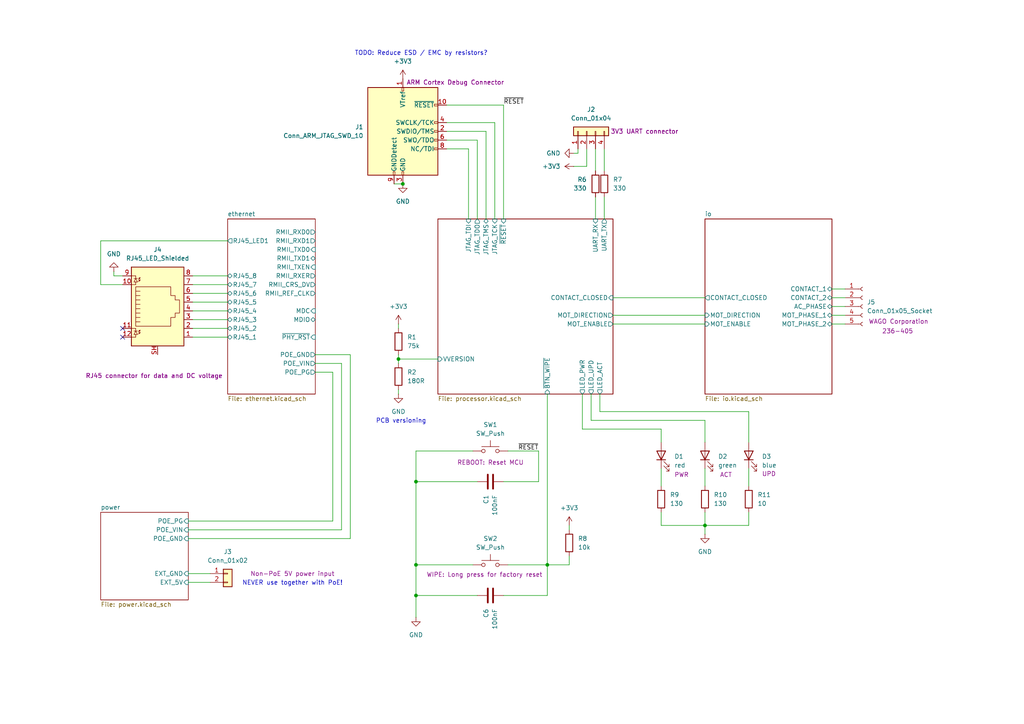
<source format=kicad_sch>
(kicad_sch (version 20250114) (generator "eeschema") (generator_version "9.0")
  (paper "A4")
  (title_block (title "iot-contact"))
  (lib_symbols
    (symbol "Connector:Conn_01x05_Socket" (pin_names (offset 1.016) (hide yes))
      (property "Reference" "J" (at 0 7.62 0))
      (property "Value" "Conn_01x05_Socket" (at 0 -7.62 0))
      (symbol "Conn_01x05_Socket_1_1"
        (polyline (pts (xy -1.27 5.08) (xy -0.508 5.08)) (stroke (width 0.1524)))
        (polyline (pts (xy -1.27 2.54) (xy -0.508 2.54)) (stroke (width 0.1524)))
        (polyline (pts (xy -1.27 0) (xy -0.508 0)) (stroke (width 0.1524)))
        (polyline (pts (xy -1.27 -2.54) (xy -0.508 -2.54)) (stroke (width 0.1524)))
        (polyline (pts (xy -1.27 -5.08) (xy -0.508 -5.08)) (stroke (width 0.1524)))
        (arc (start 0 4.572) (mid -0.5058 5.08) (end 0 5.588) (stroke (width 0.1524)))
        (arc (start 0 2.032) (mid -0.5058 2.54) (end 0 3.048) (stroke (width 0.1524)))
        (arc (start 0 -0.508) (mid -0.5058 0) (end 0 0.508) (stroke (width 0.1524)))
        (arc (start 0 -3.048) (mid -0.5058 -2.54) (end 0 -2.032) (stroke (width 0.1524)))
        (arc (start 0 -5.588) (mid -0.5058 -5.08) (end 0 -4.572) (stroke (width 0.1524)))
        (pin passive line (at -5.08 5.08 0) (length 3.81) (name "Pin_1") (number "1"))
        (pin passive line (at -5.08 2.54 0) (length 3.81) (name "Pin_2") (number "2"))
        (pin passive line (at -5.08 0 0) (length 3.81) (name "Pin_3") (number "3"))
        (pin passive line (at -5.08 -2.54 0) (length 3.81) (name "Pin_4") (number "4"))
        (pin passive line (at -5.08 -5.08 0) (length 3.81) (name "Pin_5") (number "5"))
      )
    )
    (symbol "Connector:Conn_ARM_JTAG_SWD_10" (pin_names (offset 1.016))
      (property "Reference" "J" (at -2.54 16.51 0))
      (property "Value" "Conn_ARM_JTAG_SWD_10" (at -2.54 13.97 0))
      (symbol "Conn_ARM_JTAG_SWD_10_0_1"
        (rectangle (start -10.16 12.7) (end 10.16 -12.7) (stroke (width 0.254)) (fill (type background)))
        (rectangle (start -2.794 -12.7) (end -2.286 -11.684))
        (rectangle (start -0.254 12.7) (end 0.254 11.684))
        (rectangle (start -0.254 -12.7) (end 0.254 -11.684))
        (rectangle (start 9.144 2.286) (end 10.16 2.794))
        (rectangle (start 10.16 7.874) (end 9.144 7.366))
        (rectangle (start 10.16 -0.254) (end 9.144 0.254))
        (rectangle (start 10.16 -2.794) (end 9.144 -2.286))
      )
      (symbol "Conn_ARM_JTAG_SWD_10_1_1"
        (rectangle (start 9.144 -5.334) (end 10.16 -4.826))
        (pin no_connect line (at -10.16 0 0) (length 2.54) (hide yes) (name "KEY") (number "7"))
        (pin passive line (at -2.54 -15.24 90) (length 2.54) (name "GNDDetect") (number "9"))
        (pin power_in line (at 0 15.24 270) (length 2.54) (name "VTref") (number "1"))
        (pin power_in line (at 0 -15.24 90) (length 2.54) (name "GND") (number "3"))
        (pin passive line (at 0 -15.24 90) (length 2.54) (hide yes) (name "GND") (number "5"))
        (pin open_collector line (at 12.7 7.62 180) (length 2.54) (name "~{RESET}") (number "10"))
        (pin output line (at 12.7 2.54 180) (length 2.54) (name "SWCLK/TCK") (number "4"))
        (pin bidirectional line (at 12.7 0 180) (length 2.54) (name "SWDIO/TMS") (number "2"))
        (pin input line (at 12.7 -2.54 180) (length 2.54) (name "SWO/TDO") (number "6"))
        (pin output line (at 12.7 -5.08 180) (length 2.54) (name "NC/TDI") (number "8"))
      )
    )
    (symbol "Connector:RJ45_LED_Shielded" (pin_names (offset 1.016))
      (property "Reference" "J" (at -5.08 13.97 0))
      (property "Value" "RJ45_LED_Shielded" (at 1.27 13.97 0))
      (symbol "RJ45_LED_Shielded_0_1"
        (polyline (pts (xy -7.62 10.16) (xy -6.35 10.16)))
        (polyline (pts (xy -7.62 7.62) (xy -6.35 7.62)))
        (polyline (pts (xy -7.62 -5.08) (xy -6.35 -5.08)))
        (polyline (pts (xy -7.62 -7.62) (xy -6.35 -7.62)))
        (polyline (pts (xy -6.858 9.398) (xy -5.842 9.398)))
        (polyline (pts (xy -6.858 -5.842) (xy -5.842 -5.842)))
        (polyline (pts (xy -6.35 10.16) (xy -6.35 9.398)))
        (polyline (pts (xy -6.35 9.398) (xy -6.858 8.382) (xy -5.842 8.382) (xy -6.35 9.398)))
        (polyline (pts (xy -6.35 7.62) (xy -6.35 8.382)))
        (polyline (pts (xy -6.35 1.905) (xy -5.08 1.905) (xy -5.08 1.905)))
        (polyline (pts (xy -6.35 0.635) (xy -5.08 0.635) (xy -5.08 0.635)))
        (polyline (pts (xy -6.35 -0.635) (xy -5.08 -0.635) (xy -5.08 -0.635)))
        (polyline (pts (xy -6.35 -1.905) (xy -5.08 -1.905) (xy -5.08 -1.905)))
        (polyline (pts (xy -6.35 -3.175) (xy -5.08 -3.175) (xy -5.08 -3.175)))
        (polyline (pts (xy -6.35 -4.445) (xy -6.35 6.985) (xy 3.81 6.985) (xy 3.81 4.445) (xy 5.08 4.445) (xy 5.08 3.175) (xy 6.35 3.175) (xy 6.35 -0.635) (xy 5.08 -0.635) (xy 5.08 -1.905) (xy 3.81 -1.905) (xy 3.81 -4.445) (xy -6.35 -4.445) (xy -6.35 -4.445)))
        (polyline (pts (xy -6.35 -5.08) (xy -6.35 -5.842)))
        (polyline (pts (xy -6.35 -5.842) (xy -6.858 -6.858) (xy -5.842 -6.858) (xy -6.35 -5.842)))
        (polyline (pts (xy -6.35 -7.62) (xy -6.35 -6.858)))
        (polyline (pts (xy -5.588 9.144) (xy -5.08 9.652) (xy -5.461 9.525)))
        (polyline (pts (xy -5.588 8.509) (xy -5.08 9.017) (xy -5.461 8.89)))
        (polyline (pts (xy -5.588 -6.096) (xy -5.08 -5.588) (xy -5.461 -5.715)))
        (polyline (pts (xy -5.588 -6.731) (xy -5.08 -6.223) (xy -5.461 -6.35)))
        (polyline (pts (xy -5.08 9.652) (xy -5.207 9.271)))
        (polyline (pts (xy -5.08 9.017) (xy -5.207 8.636)))
        (polyline (pts (xy -5.08 5.715) (xy -6.35 5.715)))
        (polyline (pts (xy -5.08 4.445) (xy -6.35 4.445)))
        (polyline (pts (xy -5.08 3.175) (xy -6.35 3.175) (xy -6.35 3.175)))
        (polyline (pts (xy -5.08 -5.588) (xy -5.207 -5.969)))
        (polyline (pts (xy -5.08 -6.223) (xy -5.207 -6.604)))
        (rectangle (start 7.62 12.7) (end -7.62 -10.16) (stroke (width 0.254)) (fill (type background)))
      )
      (symbol "RJ45_LED_Shielded_1_1"
        (pin passive line (at -10.16 10.16 0) (length 2.54) (name "~") (number "9"))
        (pin passive line (at -10.16 7.62 0) (length 2.54) (name "~") (number "10"))
        (pin passive line (at -10.16 -5.08 0) (length 2.54) (name "~") (number "11"))
        (pin passive line (at -10.16 -7.62 0) (length 2.54) (name "~") (number "12"))
        (pin passive line (at 0 -12.7 90) (length 2.54) (name "~") (number "SH"))
        (pin passive line (at 10.16 10.16 180) (length 2.54) (name "~") (number "8"))
        (pin passive line (at 10.16 7.62 180) (length 2.54) (name "~") (number "7"))
        (pin passive line (at 10.16 5.08 180) (length 2.54) (name "~") (number "6"))
        (pin passive line (at 10.16 2.54 180) (length 2.54) (name "~") (number "5"))
        (pin passive line (at 10.16 0 180) (length 2.54) (name "~") (number "4"))
        (pin passive line (at 10.16 -2.54 180) (length 2.54) (name "~") (number "3"))
        (pin passive line (at 10.16 -5.08 180) (length 2.54) (name "~") (number "2"))
        (pin passive line (at 10.16 -7.62 180) (length 2.54) (name "~") (number "1"))
      )
    )
    (symbol "Connector_Generic:Conn_01x02" (pin_names (offset 1.016) (hide yes))
      (property "Reference" "J" (at 0 2.54 0))
      (property "Value" "Conn_01x02" (at 0 -5.08 0))
      (symbol "Conn_01x02_1_1"
        (rectangle (start -1.27 1.27) (end 1.27 -3.81) (stroke (width 0.254)) (fill (type background)))
        (rectangle (start -1.27 0.127) (end 0 -0.127) (stroke (width 0.1524)))
        (rectangle (start -1.27 -2.413) (end 0 -2.667) (stroke (width 0.1524)))
        (pin passive line (at -5.08 0 0) (length 3.81) (name "Pin_1") (number "1"))
        (pin passive line (at -5.08 -2.54 0) (length 3.81) (name "Pin_2") (number "2"))
      )
    )
    (symbol "Connector_Generic:Conn_01x04" (pin_names (offset 1.016) (hide yes))
      (property "Reference" "J" (at 0 5.08 0))
      (property "Value" "Conn_01x04" (at 0 -7.62 0))
      (symbol "Conn_01x04_1_1"
        (rectangle (start -1.27 3.81) (end 1.27 -6.35) (stroke (width 0.254)) (fill (type background)))
        (rectangle (start -1.27 2.667) (end 0 2.413) (stroke (width 0.1524)))
        (rectangle (start -1.27 0.127) (end 0 -0.127) (stroke (width 0.1524)))
        (rectangle (start -1.27 -2.413) (end 0 -2.667) (stroke (width 0.1524)))
        (rectangle (start -1.27 -4.953) (end 0 -5.207) (stroke (width 0.1524)))
        (pin passive line (at -5.08 2.54 0) (length 3.81) (name "Pin_1") (number "1"))
        (pin passive line (at -5.08 0 0) (length 3.81) (name "Pin_2") (number "2"))
        (pin passive line (at -5.08 -2.54 0) (length 3.81) (name "Pin_3") (number "3"))
        (pin passive line (at -5.08 -5.08 0) (length 3.81) (name "Pin_4") (number "4"))
      )
    )
    (symbol "Device:C" (pin_numbers (hide yes)) (pin_names (offset 0.254))
      (property "Reference" "C" (at 0.635 2.54 0))
      (property "Value" "C" (at 0.635 -2.54 0))
      (symbol "C_0_1"
        (polyline (pts (xy -2.032 0.762) (xy 2.032 0.762)) (stroke (width 0.508)))
        (polyline (pts (xy -2.032 -0.762) (xy 2.032 -0.762)) (stroke (width 0.508)))
      )
      (symbol "C_1_1"
        (pin passive line (at 0 3.81 270) (length 2.794) (name "~") (number "1"))
        (pin passive line (at 0 -3.81 90) (length 2.794) (name "~") (number "2"))
      )
    )
    (symbol "Device:LED" (pin_numbers (hide yes)) (pin_names (offset 1.016) (hide yes))
      (property "Reference" "D" (at 0 2.54 0))
      (property "Value" "LED" (at 0 -2.54 0))
      (symbol "LED_0_1"
        (polyline (pts (xy -3.048 -0.762) (xy -4.572 -2.286) (xy -3.81 -2.286) (xy -4.572 -2.286) (xy -4.572 -1.524)))
        (polyline (pts (xy -1.778 -0.762) (xy -3.302 -2.286) (xy -2.54 -2.286) (xy -3.302 -2.286) (xy -3.302 -1.524)))
        (polyline (pts (xy -1.27 0) (xy 1.27 0)))
        (polyline (pts (xy -1.27 -1.27) (xy -1.27 1.27)) (stroke (width 0.254)))
        (polyline (pts (xy 1.27 -1.27) (xy 1.27 1.27) (xy -1.27 0) (xy 1.27 -1.27)) (stroke (width 0.254)))
      )
      (symbol "LED_1_1"
        (pin passive line (at -3.81 0 0) (length 2.54) (name "K") (number "1"))
        (pin passive line (at 3.81 0 180) (length 2.54) (name "A") (number "2"))
      )
    )
    (symbol "Device:R" (pin_numbers (hide yes)) (pin_names (offset 0))
      (property "Reference" "R" (at 2.032 0 90))
      (property "Value" "R" (at 0 0 90))
      (symbol "R_0_1"
        (rectangle (start -1.016 -2.54) (end 1.016 2.54) (stroke (width 0.254)))
      )
      (symbol "R_1_1"
        (pin passive line (at 0 3.81 270) (length 1.27) (name "~") (number "1"))
        (pin passive line (at 0 -3.81 90) (length 1.27) (name "~") (number "2"))
      )
    )
    (symbol "Switch:SW_Push" (pin_numbers (hide yes)) (pin_names (offset 1.016) (hide yes))
      (property "Reference" "SW" (at 1.27 2.54 0))
      (property "Value" "SW_Push" (at 0 -1.524 0))
      (symbol "SW_Push_0_1"
        (circle (center -2.032 0) (radius 0.508))
        (polyline (pts (xy 0 1.27) (xy 0 3.048)))
        (circle (center 2.032 0) (radius 0.508))
        (polyline (pts (xy 2.54 1.27) (xy -2.54 1.27)))
        (pin passive line (at -5.08 0 0) (length 2.54) (name "1") (number "1"))
        (pin passive line (at 5.08 0 180) (length 2.54) (name "2") (number "2"))
      )
    )
    (symbol "power:+3V3" (power) (pin_numbers (hide yes)) (pin_names (offset 0) (hide yes))
      (property "Value" "+3V3" (at 0 3.556 0))
      (symbol "+3V3_0_1"
        (polyline (pts (xy -0.762 1.27) (xy 0 2.54)))
        (polyline (pts (xy 0 2.54) (xy 0.762 1.27)))
        (polyline (pts (xy 0 0) (xy 0 2.54)))
      )
      (symbol "+3V3_1_1"
        (pin power_in line (at 0 0 90) (length 0) (name "~") (number "1"))
      )
    )
    (symbol "power:GND" (power) (pin_numbers (hide yes)) (pin_names (offset 0) (hide yes))
      (property "Value" "GND" (at 0 -3.81 0))
      (symbol "GND_0_1"
        (polyline (pts (xy 0 0) (xy 0 -1.27) (xy 1.27 -1.27) (xy 0 -2.54) (xy -1.27 -1.27) (xy 0 -1.27)))
      )
      (symbol "GND_1_1"
        (pin power_in line (at 0 0 270) (length 0) (name "~") (number "1"))
      )
    )
  )
  (text "NEVER use together with PoE!" (at 84.836 169.164 0) (effects (font (size 1.27 1.27))))
  (text "PCB versioning" (at 116.332 122.174 0) (effects (font (size 1.27 1.27))))
  (text "TODO: Reduce ESD / EMC by resistors?" (at 122.174 15.494 0) (effects (font (size 1.27 1.27))))
  (junction (at 120.65 172.72))
  (junction (at 120.65 163.83))
  (junction (at 204.47 152.4))
  (junction (at 120.65 139.7))
  (junction (at 158.75 163.83))
  (junction (at 115.57 104.14))
  (junction (at 116.84 53.34))
  (no_connect (at 35.56 95.25))
  (no_connect (at 35.56 97.79))
  (wire (pts (xy 204.47 152.4) (xy 204.47 154.94)))
  (wire (pts (xy 138.43 40.64) (xy 138.43 63.5)))
  (wire (pts (xy 175.26 57.15) (xy 175.26 63.5)))
  (wire (pts (xy 241.3 93.98) (xy 245.11 93.98)))
  (wire (pts (xy 29.21 82.55) (xy 35.56 82.55)))
  (wire (pts (xy 120.65 163.83) (xy 137.16 163.83)))
  (wire (pts (xy 96.52 107.95) (xy 96.52 151.13)))
  (wire (pts (xy 120.65 163.83) (xy 120.65 172.72)))
  (wire (pts (xy 115.57 102.87) (xy 115.57 104.14)))
  (wire (pts (xy 55.88 80.01) (xy 66.04 80.01)))
  (wire (pts (xy 33.02 80.01) (xy 35.56 80.01)))
  (wire (pts (xy 146.05 139.7) (xy 156.21 139.7)))
  (wire (pts (xy 170.18 48.26) (xy 166.37 48.26)))
  (wire (pts (xy 158.75 172.72) (xy 158.75 163.83)))
  (wire (pts (xy 147.32 163.83) (xy 158.75 163.83)))
  (wire (pts (xy 191.77 148.59) (xy 191.77 152.4)))
  (wire (pts (xy 129.54 35.56) (xy 143.51 35.56)))
  (wire (pts (xy 165.1 163.83) (xy 158.75 163.83)))
  (wire (pts (xy 177.8 86.36) (xy 204.47 86.36)))
  (wire (pts (xy 129.54 30.48) (xy 146.05 30.48)))
  (wire (pts (xy 146.05 30.48) (xy 146.05 63.5)))
  (wire (pts (xy 158.75 114.3) (xy 158.75 163.83)))
  (wire (pts (xy 120.65 130.81) (xy 120.65 139.7)))
  (wire (pts (xy 55.88 85.09) (xy 66.04 85.09)))
  (wire (pts (xy 191.77 152.4) (xy 204.47 152.4)))
  (wire (pts (xy 241.3 91.44) (xy 245.11 91.44)))
  (wire (pts (xy 91.44 102.87) (xy 101.6 102.87)))
  (wire (pts (xy 114.3 53.34) (xy 116.84 53.34)))
  (wire (pts (xy 173.99 114.3) (xy 173.99 119.38)))
  (wire (pts (xy 129.54 40.64) (xy 138.43 40.64)))
  (wire (pts (xy 166.37 44.45) (xy 167.64 44.45)))
  (wire (pts (xy 172.72 57.15) (xy 172.72 63.5)))
  (wire (pts (xy 115.57 104.14) (xy 115.57 105.41)))
  (wire (pts (xy 241.3 83.82) (xy 245.11 83.82)))
  (wire (pts (xy 120.65 139.7) (xy 120.65 163.83)))
  (wire (pts (xy 115.57 104.14) (xy 127 104.14)))
  (wire (pts (xy 115.57 113.03) (xy 115.57 114.3)))
  (wire (pts (xy 168.91 124.46) (xy 168.91 114.3)))
  (wire (pts (xy 170.18 43.18) (xy 170.18 48.26)))
  (wire (pts (xy 101.6 156.21) (xy 54.61 156.21)))
  (wire (pts (xy 241.3 86.36) (xy 245.11 86.36)))
  (wire (pts (xy 217.17 135.89) (xy 217.17 140.97)))
  (wire (pts (xy 129.54 43.18) (xy 135.89 43.18)))
  (wire (pts (xy 120.65 139.7) (xy 138.43 139.7)))
  (wire (pts (xy 55.88 82.55) (xy 66.04 82.55)))
  (wire (pts (xy 165.1 152.4) (xy 165.1 153.67)))
  (wire (pts (xy 172.72 43.18) (xy 172.72 49.53)))
  (wire (pts (xy 165.1 161.29) (xy 165.1 163.83)))
  (wire (pts (xy 241.3 88.9) (xy 245.11 88.9)))
  (wire (pts (xy 115.57 93.98) (xy 115.57 95.25)))
  (wire (pts (xy 55.88 97.79) (xy 66.04 97.79)))
  (wire (pts (xy 167.64 44.45) (xy 167.64 43.18)))
  (wire (pts (xy 120.65 172.72) (xy 120.65 179.07)))
  (wire (pts (xy 140.97 38.1) (xy 140.97 63.5)))
  (wire (pts (xy 33.02 78.74) (xy 33.02 80.01)))
  (wire (pts (xy 173.99 119.38) (xy 217.17 119.38)))
  (wire (pts (xy 99.06 153.67) (xy 54.61 153.67)))
  (wire (pts (xy 175.26 43.18) (xy 175.26 49.53)))
  (wire (pts (xy 177.8 91.44) (xy 204.47 91.44)))
  (wire (pts (xy 217.17 152.4) (xy 204.47 152.4)))
  (wire (pts (xy 143.51 35.56) (xy 143.51 63.5)))
  (wire (pts (xy 171.45 114.3) (xy 171.45 121.92)))
  (wire (pts (xy 55.88 87.63) (xy 66.04 87.63)))
  (wire (pts (xy 129.54 38.1) (xy 140.97 38.1)))
  (wire (pts (xy 191.77 124.46) (xy 191.77 128.27)))
  (wire (pts (xy 204.47 135.89) (xy 204.47 140.97)))
  (wire (pts (xy 204.47 121.92) (xy 204.47 128.27)))
  (wire (pts (xy 135.89 43.18) (xy 135.89 63.5)))
  (wire (pts (xy 171.45 121.92) (xy 204.47 121.92)))
  (wire (pts (xy 55.88 95.25) (xy 66.04 95.25)))
  (wire (pts (xy 60.96 166.37) (xy 54.61 166.37)))
  (wire (pts (xy 120.65 130.81) (xy 137.16 130.81)))
  (wire (pts (xy 217.17 119.38) (xy 217.17 128.27)))
  (wire (pts (xy 60.96 168.91) (xy 54.61 168.91)))
  (wire (pts (xy 177.8 93.98) (xy 204.47 93.98)))
  (wire (pts (xy 191.77 124.46) (xy 168.91 124.46)))
  (wire (pts (xy 99.06 105.41) (xy 99.06 153.67)))
  (wire (pts (xy 191.77 135.89) (xy 191.77 140.97)))
  (wire (pts (xy 204.47 148.59) (xy 204.47 152.4)))
  (wire (pts (xy 29.21 69.85) (xy 29.21 82.55)))
  (wire (pts (xy 147.32 130.81) (xy 156.21 130.81)))
  (wire (pts (xy 146.05 172.72) (xy 158.75 172.72)))
  (wire (pts (xy 96.52 151.13) (xy 54.61 151.13)))
  (wire (pts (xy 91.44 105.41) (xy 99.06 105.41)))
  (wire (pts (xy 91.44 107.95) (xy 96.52 107.95)))
  (wire (pts (xy 55.88 90.17) (xy 66.04 90.17)))
  (wire (pts (xy 101.6 102.87) (xy 101.6 156.21)))
  (wire (pts (xy 217.17 148.59) (xy 217.17 152.4)))
  (wire (pts (xy 138.43 172.72) (xy 120.65 172.72)))
  (wire (pts (xy 55.88 92.71) (xy 66.04 92.71)))
  (wire (pts (xy 66.04 69.85) (xy 29.21 69.85)))
  (wire (pts (xy 156.21 139.7) (xy 156.21 130.81)))
  (label "~{RESET}" (at 146.05 30.48 0))
  (label "~{RESET}" (at 156.21 130.81 180))
  (symbol (lib_id "Device:R") (at 217.17 144.78 0) (unit 1)
    (property "Reference" "R11" (at 219.71 143.5099 0) (effects (justify left)))
    (property "Value" "10" (at 219.71 146.0499 0) (effects (justify left)))
    (property "Description" "Resistor" (effects (hide yes)))
  )
  (symbol (lib_id "Switch:SW_Push") (at 142.24 130.81 0) (mirror y) (unit 1)
    (property "Reference" "SW1" (at 142.24 123.19 0))
    (property "Value" "SW_Push" (at 142.24 125.73 0))
    (property "Footprint" "Button_Switch_SMD:SW_SPST_TL3305B" (effects (hide yes)))
    (property "Datasheet" "https://www.e-switch.com/wp-content/uploads/2024/08/TL3305.pdf" (effects (hide yes)))
    (property "Description" "REBOOT: Reset MCU" (at 132.588 134.112 0) (effects (justify right)))
    (property "MPN" "TL3305BF260QG" (effects (hide yes)))
    (property "Manufacturer" "E-Switch" (effects (hide yes)))
  )
  (symbol (lib_id "Connector:RJ45_LED_Shielded") (at 45.72 90.17 0) (unit 1)
    (property "Reference" "J4" (at 45.72 72.39 0))
    (property "Value" "RJ45_LED_Shielded" (at 45.72 74.93 0))
    (property "Footprint" "Connector_RJ:RJ45_BEL_SS74301-00x_Vertical" (effects (hide yes)))
    (property "Datasheet" "https://www.cinch.com/media/datasheets/products/ethernet-usb/ds-stw-2.5g-connectors.pdf" (effects (hide yes)))
    (property "Description" "RJ45 connector for data and DC voltage" (at 44.704 108.966 0))
    (property "MPN" "SS-74301-001" (effects (hide yes)))
    (property "Manufacturer" "Stewart Connector" (effects (hide yes)))
  )
  (symbol (lib_id "Device:R") (at 115.57 109.22 0) (unit 1)
    (property "Reference" "R2" (at 118.11 107.9499 0) (effects (justify left)))
    (property "Value" "180R" (at 118.11 110.4899 0) (effects (justify left)))
    (property "Description" "Resistor" (effects (hide yes)))
  )
  (symbol (lib_id "Device:R") (at 175.26 53.34 0) (unit 1)
    (property "Reference" "R7" (at 177.8 52.0699 0) (effects (justify left)))
    (property "Value" "330" (at 177.8 54.6099 0) (effects (justify left)))
    (property "Description" "Resistor" (effects (hide yes)))
  )
  (symbol (lib_id "Switch:SW_Push") (at 142.24 163.83 0) (mirror y) (unit 1)
    (property "Reference" "SW2" (at 142.24 156.21 0))
    (property "Value" "SW_Push" (at 142.24 158.75 0))
    (property "Footprint" "Button_Switch_SMD:SW_SPST_TL3305B" (effects (hide yes)))
    (property "Datasheet" "https://www.e-switch.com/wp-content/uploads/2024/08/TL3305.pdf" (effects (hide yes)))
    (property "Description" "WIPE: Long press for factory reset" (at 123.698 166.624 0) (effects (justify right)))
    (property "MPN" "TL3305BF260QG" (effects (hide yes)))
    (property "Manufacturer" "E-Switch" (effects (hide yes)))
  )
  (symbol (lib_id "Device:R") (at 115.57 99.06 0) (unit 1)
    (property "Reference" "R1" (at 118.11 97.7899 0) (effects (justify left)))
    (property "Value" "75k" (at 118.11 100.3299 0) (effects (justify left)))
    (property "Description" "Resistor" (effects (hide yes)))
  )
  (symbol (lib_id "Device:LED") (at 217.17 132.08 90) (unit 1)
    (property "Reference" "D3" (at 220.98 132.3974 90) (effects (justify right)))
    (property "Value" "blue" (at 220.98 134.9374 90) (effects (justify right)))
    (property "Footprint" "LED_SMD:LED_1206_3216Metric" (effects (hide yes)))
    (property "Datasheet" "https://s3-us-west-2.amazonaws.com/catsy.557/Dialight_CBI_data_598-1206_Apr2018.pdf" (effects (hide yes)))
    (property "Description" "UPD" (at 220.98 137.414 90) (effects (justify right)))
    (property "MPN" "598-8291-107F" (effects (hide yes)))
    (property "Manufacturer" "Dialight" (effects (hide yes)))
  )
  (symbol (lib_id "Connector_Generic:Conn_01x04") (at 170.18 38.1 90) (unit 1)
    (property "Reference" "J2" (at 171.45 31.75 90))
    (property "Value" "Conn_01x04" (at 171.45 34.29 90))
    (property "Footprint" "Connector_PinHeader_2.54mm:PinHeader_1x04_P2.54mm_Vertical" (effects (hide yes)))
    (property "Description" "3V3 UART connector" (at 186.944 38.1 90))
  )
  (symbol (lib_id "Device:R") (at 165.1 157.48 0) (unit 1)
    (property "Reference" "R8" (at 167.64 156.2099 0) (effects (justify left)))
    (property "Value" "10k" (at 167.64 158.7499 0) (effects (justify left)))
    (property "Description" "Resistor" (effects (hide yes)))
  )
  (symbol (lib_id "Connector:Conn_ARM_JTAG_SWD_10") (at 116.84 38.1 0) (unit 1)
    (property "Reference" "J1" (at 105.41 36.8299 0) (effects (justify right)))
    (property "Value" "Conn_ARM_JTAG_SWD_10" (at 105.41 39.3699 0) (effects (justify right)))
    (property "Datasheet" "https://mm.digikey.com/Volume0/opasdata/d220001/medias/docus/6209/ftsh-1xx-xx-xxx-dv-xxx-xxx-x-xx-mkt.pdf" (effects (hide yes)))
    (property "Description" "ARM Cortex Debug Connector" (at 132.08 23.876 0))
    (property "MPN" "FTSH-105-01-L-DV-007-K-TR" (effects (hide yes)))
    (property "Manufacturer" "samtec" (effects (hide yes)))
  )
  (symbol (lib_id "Connector_Generic:Conn_01x02") (at 66.04 166.37 0) (unit 1)
    (property "Reference" "J3" (at 66.04 160.02 0))
    (property "Value" "Conn_01x02" (at 66.04 162.56 0))
    (property "Footprint" "Connector_PinHeader_2.54mm:PinHeader_1x02_P2.54mm_Vertical" (effects (hide yes)))
    (property "Description" "Non-PoE 5V power input" (at 84.836 166.37 0))
  )
  (symbol (lib_id "power:GND") (at 120.65 179.07 0) (unit 1)
    (property "Reference" "#PWR04" (effects (hide yes)))
    (property "Value" "GND" (at 120.65 184.15 0))
    (property "Description" "Power symbol creates a global label with name \"GND\" , ground" (effects (hide yes)))
  )
  (symbol (lib_id "Connector:Conn_01x05_Socket") (at 250.19 88.9 0) (unit 1)
    (property "Reference" "J5" (at 251.46 87.6299 0) (effects (justify left)))
    (property "Value" "Conn_01x05_Socket" (at 251.46 90.1699 0) (effects (justify left)))
    (property "Footprint" "TerminalBlock_WAGO:TerminalBlock_WAGO_236-405_1x05_P5.00mm_45Degree" (effects (hide yes)))
    (property "Description" "Generic connector, single row, 01x05, script generated" (effects (hide yes)))
    (property "MPN" "236-405" (at 260.35 96.012 0))
    (property "Manufacturer" "WAGO Corporation" (at 260.604 93.218 0))
  )
  (symbol (lib_id "power:+3V3") (at 166.37 48.26 90) (unit 1)
    (property "Reference" "#PWR06" (effects (hide yes)))
    (property "Value" "+3V3" (at 162.56 48.2599 90) (effects (justify left)))
    (property "Description" "Power symbol creates a global label with name \"+3V3\"" (effects (hide yes)))
  )
  (symbol (lib_id "power:+3V3") (at 165.1 152.4 0) (unit 1)
    (property "Reference" "#PWR013" (effects (hide yes)))
    (property "Value" "+3V3" (at 165.1 147.32 0))
    (property "Description" "Power symbol creates a global label with name \"+3V3\"" (effects (hide yes)))
  )
  (symbol (lib_id "Device:LED") (at 204.47 132.08 90) (unit 1)
    (property "Reference" "D2" (at 208.28 132.3974 90) (effects (justify right)))
    (property "Value" "green" (at 208.28 134.9374 90) (effects (justify right)))
    (property "Footprint" "LED_SMD:LED_1206_3216Metric" (effects (hide yes)))
    (property "Datasheet" "https://s3-us-west-2.amazonaws.com/catsy.557/Dialight_CBI_data_598-1206_Apr2018.pdf" (effects (hide yes)))
    (property "Description" "ACT" (at 208.788 137.668 90) (effects (justify right)))
    (property "MPN" "598-8270-107F" (effects (hide yes)))
    (property "Manufacturer" "Dialight" (effects (hide yes)))
  )
  (symbol (lib_id "Device:R") (at 191.77 144.78 0) (unit 1)
    (property "Reference" "R9" (at 194.31 143.5099 0) (effects (justify left)))
    (property "Value" "130" (at 194.31 146.0499 0) (effects (justify left)))
    (property "Description" "Resistor" (effects (hide yes)))
  )
  (symbol (lib_id "Device:R") (at 172.72 53.34 0) (mirror y) (unit 1)
    (property "Reference" "R6" (at 170.18 52.0699 0) (effects (justify left)))
    (property "Value" "330" (at 170.18 54.6099 0) (effects (justify left)))
    (property "Description" "Resistor" (effects (hide yes)))
  )
  (symbol (lib_id "power:GND") (at 116.84 53.34 0) (unit 1)
    (property "Reference" "#PWR02" (effects (hide yes)))
    (property "Value" "GND" (at 116.84 58.42 0))
    (property "Description" "Power symbol creates a global label with name \"GND\" , ground" (effects (hide yes)))
  )
  (symbol (lib_id "power:+3V3") (at 115.57 93.98 0) (unit 1)
    (property "Reference" "#PWR09" (effects (hide yes)))
    (property "Value" "+3V3" (at 115.57 88.9 0))
    (property "Description" "Power symbol creates a global label with name \"+3V3\"" (effects (hide yes)))
  )
  (symbol (lib_id "power:GND") (at 204.47 154.94 0) (unit 1)
    (property "Reference" "#PWR03" (effects (hide yes)))
    (property "Value" "GND" (at 204.47 160.02 0))
    (property "Description" "Power symbol creates a global label with name \"GND\" , ground" (effects (hide yes)))
  )
  (symbol (lib_id "power:GND") (at 166.37 44.45 270) (unit 1)
    (property "Reference" "#PWR05" (effects (hide yes)))
    (property "Value" "GND" (at 162.56 44.4499 90) (effects (justify right)))
    (property "Description" "Power symbol creates a global label with name \"GND\" , ground" (effects (hide yes)))
  )
  (symbol (lib_id "Device:C") (at 142.24 139.7 90) (mirror x) (unit 1)
    (property "Reference" "C1" (at 140.9699 143.51 0) (effects (justify left)))
    (property "Value" "100nF" (at 143.5099 143.51 0) (effects (justify left)))
    (property "Description" "Unpolarized capacitor" (effects (hide yes)))
  )
  (symbol (lib_id "power:GND") (at 115.57 114.3 0) (unit 1)
    (property "Reference" "#PWR010" (effects (hide yes)))
    (property "Value" "GND" (at 115.57 119.38 0))
    (property "Description" "Power symbol creates a global label with name \"GND\" , ground" (effects (hide yes)))
  )
  (symbol (lib_id "Device:C") (at 142.24 172.72 90) (mirror x) (unit 1)
    (property "Reference" "C6" (at 140.9699 176.53 0) (effects (justify left)))
    (property "Value" "100nF" (at 143.5099 176.53 0) (effects (justify left)))
    (property "Description" "Unpolarized capacitor" (effects (hide yes)))
  )
  (symbol (lib_id "Device:R") (at 204.47 144.78 0) (unit 1)
    (property "Reference" "R10" (at 207.01 143.5099 0) (effects (justify left)))
    (property "Value" "130" (at 207.01 146.0499 0) (effects (justify left)))
    (property "Description" "Resistor" (effects (hide yes)))
  )
  (symbol (lib_id "power:+3V3") (at 116.84 22.86 0) (unit 1)
    (property "Reference" "#PWR01" (effects (hide yes)))
    (property "Value" "+3V3" (at 116.84 17.78 0))
    (property "Description" "Power symbol creates a global label with name \"+3V3\"" (effects (hide yes)))
  )
  (symbol (lib_id "Device:LED") (at 191.77 132.08 90) (unit 1)
    (property "Reference" "D1" (at 195.58 132.3974 90) (effects (justify right)))
    (property "Value" "red" (at 195.58 134.9374 90) (effects (justify right)))
    (property "Footprint" "LED_SMD:LED_1206_3216Metric" (effects (hide yes)))
    (property "Datasheet" "https://s3-us-west-2.amazonaws.com/catsy.557/Dialight_CBI_data_598-1206_Apr2018.pdf" (effects (hide yes)))
    (property "Description" "PWR" (at 195.58 137.668 90) (effects (justify right)))
    (property "MPN" "598-8210-107F" (effects (hide yes)))
    (property "Manufacturer" "Dialight" (effects (hide yes)))
  )
  (symbol (lib_id "power:GND") (at 33.02 78.74 180) (unit 1)
    (property "Reference" "#PWR07" (effects (hide yes)))
    (property "Value" "GND" (at 33.02 73.66 0))
    (property "Description" "Power symbol creates a global label with name \"GND\" , ground" (effects (hide yes)))
  )
  (sheet (at 66.04 63.5) (size 25.4 50.8) (stroke (width 0.1524))
    (property "Sheetname" "ethernet" (at 66.04 62.7884 0) (effects (justify left bottom)))
    (property "Sheetfile" "ethernet.kicad_sch" (at 66.04 114.8846 0) (effects (justify left top)))
    (pin "RJ45_1" bidirectional (at 66.04 97.79 180))
    (pin "RJ45_2" bidirectional (at 66.04 95.25 180))
    (pin "RJ45_3" bidirectional (at 66.04 92.71 180))
    (pin "RJ45_4" bidirectional (at 66.04 90.17 180))
    (pin "RJ45_5" bidirectional (at 66.04 87.63 180))
    (pin "RJ45_6" bidirectional (at 66.04 85.09 180))
    (pin "RJ45_7" bidirectional (at 66.04 82.55 180))
    (pin "RJ45_8" bidirectional (at 66.04 80.01 180))
    (pin "RJ45_LED1" output (at 66.04 69.85 180))
    (pin "POE_GND" output (at 91.44 102.87 0))
    (pin "POE_VIN" output (at 91.44 105.41 0))
    (pin "POE_PG" output (at 91.44 107.95 0))
    (pin "RMII_RXD0" output (at 91.44 67.31 0))
    (pin "RMII_RXD1" output (at 91.44 69.85 0))
    (pin "RMII_TXD0" input (at 91.44 72.39 0))
    (pin "RMII_TXD1" bidirectional (at 91.44 74.93 0))
    (pin "RMII_TXEN" input (at 91.44 77.47 0))
    (pin "~{PHY_RST}" input (at 91.44 97.79 0))
    (pin "RMII_RXER" output (at 91.44 80.01 0))
    (pin "RMII_CRS_DV" output (at 91.44 82.55 0))
    (pin "RMII_REF_CLK" output (at 91.44 85.09 0))
    (pin "MDC" input (at 91.44 90.17 0))
    (pin "MDIO" bidirectional (at 91.44 92.71 0))
  )
  (sheet (at 204.47 63.5) (size 36.83 50.8) (stroke (width 0.1524))
    (property "Sheetname" "io" (at 204.47 62.7884 0) (effects (justify left bottom)))
    (property "Sheetfile" "io.kicad_sch" (at 204.47 114.8846 0) (effects (justify left top)))
    (pin "AC_PHASE" bidirectional (at 241.3 88.9 0))
    (pin "MOT_PHASE_1" bidirectional (at 241.3 91.44 0))
    (pin "MOT_PHASE_2" bidirectional (at 241.3 93.98 0))
    (pin "CONTACT_1" bidirectional (at 241.3 83.82 0))
    (pin "CONTACT_2" bidirectional (at 241.3 86.36 0))
    (pin "MOT_DIRECTION" input (at 204.47 91.44 180))
    (pin "MOT_ENABLE" input (at 204.47 93.98 180))
    (pin "CONTACT_CLOSED" output (at 204.47 86.36 180))
  )
  (sheet (at 127 63.5) (size 50.8 50.8) (stroke (width 0.1524))
    (property "Sheetname" "processor" (effects (hide yes)))
    (property "Sheetfile" "processor.kicad_sch" (at 127 114.8846 0) (effects (justify left top)))
    (pin "JTAG_TDI" input (at 135.89 63.5 90))
    (pin "JTAG_TDO" output (at 138.43 63.5 90))
    (pin "JTAG_TMS" bidirectional (at 140.97 63.5 90))
    (pin "JTAG_TCK" input (at 143.51 63.5 90))
    (pin "UART_RX" input (at 172.72 63.5 90))
    (pin "UART_TX" output (at 175.26 63.5 90))
    (pin "LED_UPD" output (at 171.45 114.3 270))
    (pin "LED_PWR" output (at 168.91 114.3 270))
    (pin "LED_ACT" output (at 173.99 114.3 270))
    (pin "MOT_DIRECTION" output (at 177.8 91.44 0))
    (pin "MOT_ENABLE" output (at 177.8 93.98 0))
    (pin "CONTACT_CLOSED" input (at 177.8 86.36 0))
    (pin "VVERSION" input (at 127 104.14 180))
    (pin "~{BTN_WIPE}" input (at 158.75 114.3 270))
    (pin "~{RESET}" input (at 146.05 63.5 90))
  )
  (sheet (at 29.21 148.59) (size 25.4 25.4) (stroke (width 0.1524))
    (property "Sheetname" "power" (at 29.21 147.8784 0) (effects (justify left bottom)))
    (property "Sheetfile" "power.kicad_sch" (at 29.21 174.5746 0) (effects (justify left top)))
    (pin "EXT_5V" input (at 54.61 168.91 0))
    (pin "EXT_GND" input (at 54.61 166.37 0))
    (pin "POE_VIN" input (at 54.61 153.67 0))
    (pin "POE_GND" input (at 54.61 156.21 0))
    (pin "POE_PG" input (at 54.61 151.13 0))
  )
)
</source>
